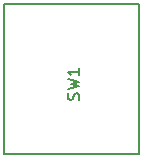
<source format=gto>
G04 #@! TF.FileFunction,Legend,Top*
%FSLAX46Y46*%
G04 Gerber Fmt 4.6, Leading zero omitted, Abs format (unit mm)*
G04 Created by KiCad (PCBNEW 4.0.4-1.fc24-product) date Thu Jun  7 15:39:49 2018*
%MOMM*%
%LPD*%
G01*
G04 APERTURE LIST*
%ADD10C,0.100000*%
%ADD11C,0.150000*%
G04 APERTURE END LIST*
D10*
D11*
X137100000Y-84150000D02*
X137100000Y-96850000D01*
X137100000Y-96850000D02*
X148500000Y-96850000D01*
X148500000Y-96850000D02*
X148500000Y-84150000D01*
X148500000Y-84150000D02*
X137100000Y-84150000D01*
X143404762Y-92233333D02*
X143452381Y-92090476D01*
X143452381Y-91852380D01*
X143404762Y-91757142D01*
X143357143Y-91709523D01*
X143261905Y-91661904D01*
X143166667Y-91661904D01*
X143071429Y-91709523D01*
X143023810Y-91757142D01*
X142976190Y-91852380D01*
X142928571Y-92042857D01*
X142880952Y-92138095D01*
X142833333Y-92185714D01*
X142738095Y-92233333D01*
X142642857Y-92233333D01*
X142547619Y-92185714D01*
X142500000Y-92138095D01*
X142452381Y-92042857D01*
X142452381Y-91804761D01*
X142500000Y-91661904D01*
X142452381Y-91328571D02*
X143452381Y-91090476D01*
X142738095Y-90899999D01*
X143452381Y-90709523D01*
X142452381Y-90471428D01*
X143452381Y-89566666D02*
X143452381Y-90138095D01*
X143452381Y-89852381D02*
X142452381Y-89852381D01*
X142595238Y-89947619D01*
X142690476Y-90042857D01*
X142738095Y-90138095D01*
M02*

</source>
